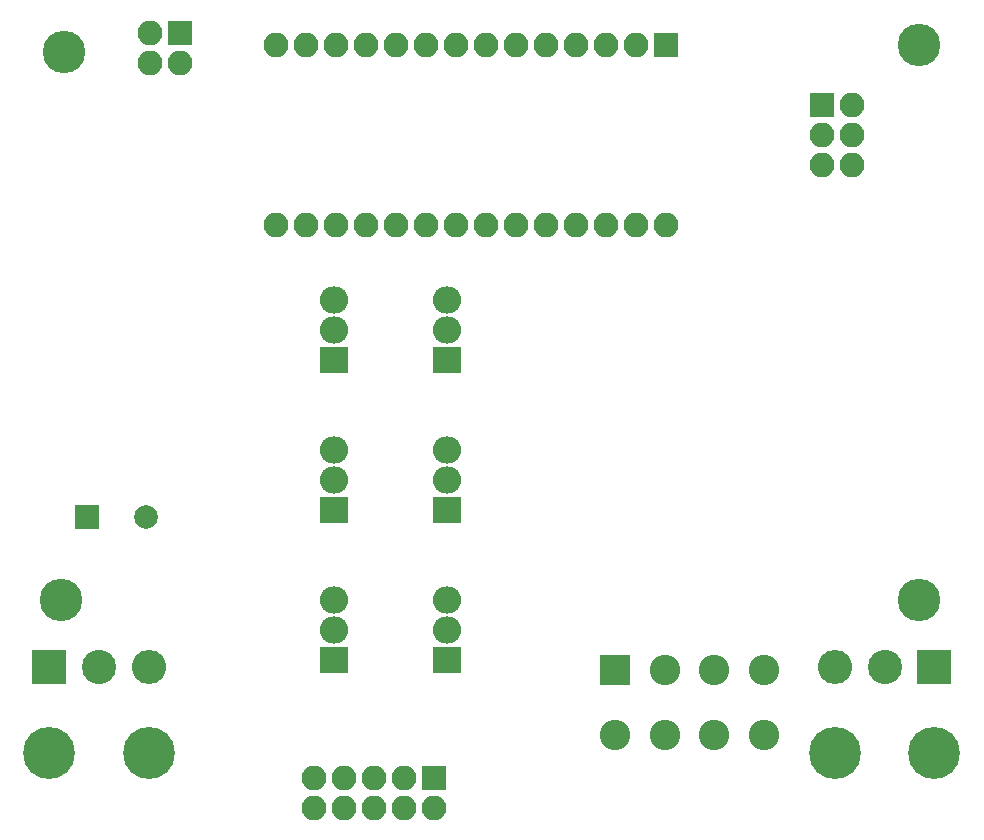
<source format=gbr>
G04 #@! TF.GenerationSoftware,KiCad,Pcbnew,(5.0.0)*
G04 #@! TF.CreationDate,2019-11-15T12:31:31-05:00*
G04 #@! TF.ProjectId,PCB_v2,5043425F76322E6B696361645F706362,rev?*
G04 #@! TF.SameCoordinates,Original*
G04 #@! TF.FileFunction,Soldermask,Bot*
G04 #@! TF.FilePolarity,Negative*
%FSLAX46Y46*%
G04 Gerber Fmt 4.6, Leading zero omitted, Abs format (unit mm)*
G04 Created by KiCad (PCBNEW (5.0.0)) date 11/15/19 12:31:31*
%MOMM*%
%LPD*%
G01*
G04 APERTURE LIST*
%ADD10C,2.000000*%
%ADD11R,2.000000X2.000000*%
%ADD12R,2.100000X2.100000*%
%ADD13O,2.100000X2.100000*%
%ADD14R,2.575000X2.575000*%
%ADD15C,2.575000*%
%ADD16C,3.600000*%
%ADD17R,2.900000X2.900000*%
%ADD18C,2.900000*%
%ADD19O,2.900000X2.900000*%
%ADD20C,4.400000*%
%ADD21R,2.400000X2.305000*%
%ADD22O,2.400000X2.305000*%
G04 APERTURE END LIST*
D10*
G04 #@! TO.C,C2*
X135810000Y-103505000D03*
D11*
X130810000Y-103505000D03*
G04 #@! TD*
D12*
G04 #@! TO.C,J4*
X179832000Y-63500000D03*
D13*
X179832000Y-78740000D03*
X177292000Y-63500000D03*
X177292000Y-78740000D03*
X174752000Y-63500000D03*
X174752000Y-78740000D03*
X172212000Y-63500000D03*
X172212000Y-78740000D03*
X169672000Y-63500000D03*
X169672000Y-78740000D03*
X167132000Y-63500000D03*
X167132000Y-78740000D03*
X164592000Y-63500000D03*
X164592000Y-78740000D03*
X162052000Y-63500000D03*
X162052000Y-78740000D03*
X159512000Y-63500000D03*
X159512000Y-78740000D03*
X156972000Y-63500000D03*
X156972000Y-78740000D03*
X154432000Y-63500000D03*
X154432000Y-78740000D03*
X151892000Y-63500000D03*
X151892000Y-78740000D03*
X149352000Y-63500000D03*
X149352000Y-78740000D03*
X146812000Y-63500000D03*
X146812000Y-78740000D03*
G04 #@! TD*
D14*
G04 #@! TO.C,J1*
X175539400Y-116408200D03*
D15*
X179739400Y-116408200D03*
X183939400Y-116408200D03*
X188139400Y-116408200D03*
X175539400Y-121908200D03*
X179739400Y-121908200D03*
X183939400Y-121908200D03*
X188139400Y-121908200D03*
G04 #@! TD*
D16*
G04 #@! TO.C,REF\002A\002A*
X201295000Y-63500000D03*
G04 #@! TD*
G04 #@! TO.C,REF\002A\002A*
X128905000Y-64135000D03*
G04 #@! TD*
G04 #@! TO.C,REF\002A\002A*
X128600200Y-110515400D03*
G04 #@! TD*
G04 #@! TO.C,REF\002A\002A*
X201295000Y-110490000D03*
G04 #@! TD*
D12*
G04 #@! TO.C,J2*
X160223200Y-125552200D03*
D13*
X160223200Y-128092200D03*
X157683200Y-125552200D03*
X157683200Y-128092200D03*
X155143200Y-125552200D03*
X155143200Y-128092200D03*
X152603200Y-125552200D03*
X152603200Y-128092200D03*
X150063200Y-125552200D03*
X150063200Y-128092200D03*
G04 #@! TD*
D17*
G04 #@! TO.C,J3*
X127635000Y-116205000D03*
D18*
X131835000Y-116205000D03*
D19*
X136035000Y-116205000D03*
D20*
X136035000Y-123505000D03*
X127635000Y-123505000D03*
G04 #@! TD*
D17*
G04 #@! TO.C,J5*
X202565000Y-116205000D03*
D18*
X198365000Y-116205000D03*
D19*
X194165000Y-116205000D03*
D20*
X194165000Y-123505000D03*
X202565000Y-123505000D03*
G04 #@! TD*
D12*
G04 #@! TO.C,J6*
X193040000Y-68580000D03*
D13*
X195580000Y-68580000D03*
X193040000Y-71120000D03*
X195580000Y-71120000D03*
X193040000Y-73660000D03*
X195580000Y-73660000D03*
G04 #@! TD*
D12*
G04 #@! TO.C,J9*
X138684000Y-62484000D03*
D13*
X136144000Y-62484000D03*
X138684000Y-65024000D03*
X136144000Y-65024000D03*
G04 #@! TD*
D21*
G04 #@! TO.C,Q1*
X151765000Y-115570000D03*
D22*
X151765000Y-113030000D03*
X151765000Y-110490000D03*
G04 #@! TD*
D21*
G04 #@! TO.C,Q2*
X161290000Y-115570000D03*
D22*
X161290000Y-113030000D03*
X161290000Y-110490000D03*
G04 #@! TD*
D21*
G04 #@! TO.C,Q3*
X151765000Y-102870000D03*
D22*
X151765000Y-100330000D03*
X151765000Y-97790000D03*
G04 #@! TD*
G04 #@! TO.C,Q4*
X161290000Y-97790000D03*
X161290000Y-100330000D03*
D21*
X161290000Y-102870000D03*
G04 #@! TD*
G04 #@! TO.C,Q5*
X151765000Y-90170000D03*
D22*
X151765000Y-87630000D03*
X151765000Y-85090000D03*
G04 #@! TD*
G04 #@! TO.C,Q6*
X161290000Y-85090000D03*
X161290000Y-87630000D03*
D21*
X161290000Y-90170000D03*
G04 #@! TD*
M02*

</source>
